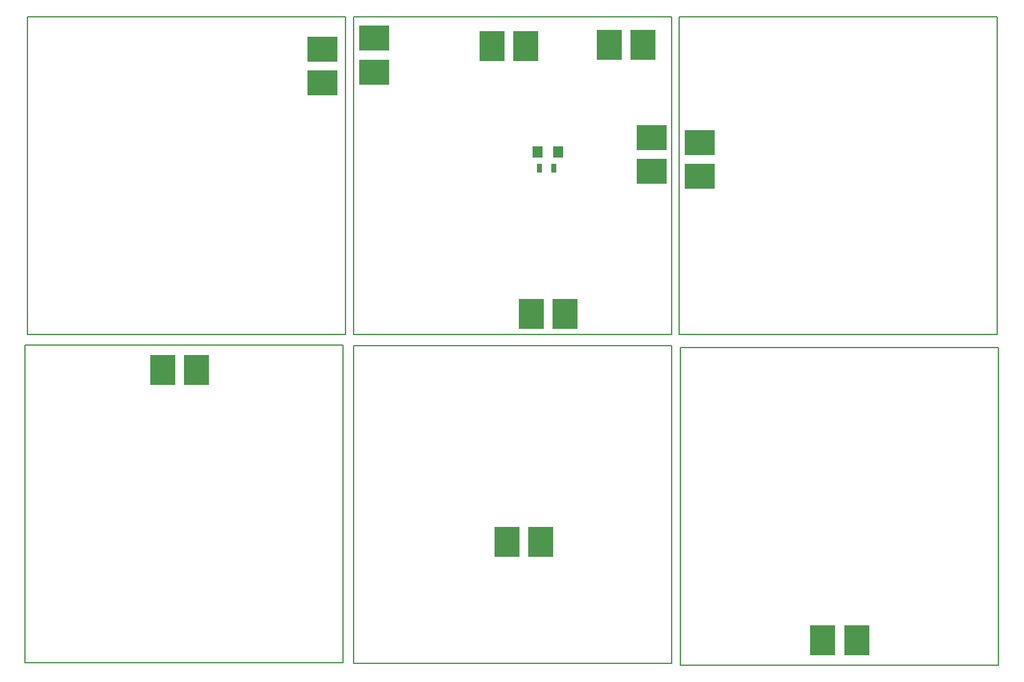
<source format=gbr>
G04 PROTEUS GERBER X2 FILE*
%TF.GenerationSoftware,Labcenter,Proteus,8.9-SP0-Build27865*%
%TF.CreationDate,2020-02-24T18:21:19+00:00*%
%TF.FileFunction,Paste,Top*%
%TF.FilePolarity,Positive*%
%TF.Part,Single*%
%TF.SameCoordinates,{bab694e6-e1a7-4f03-bc32-dd160c38e7b3}*%
%FSLAX45Y45*%
%MOMM*%
G01*
%TA.AperFunction,Material*%
%ADD32R,3.500000X4.100000*%
%ADD33R,4.100000X3.500000*%
%ADD34R,1.400000X1.500000*%
%ADD35R,0.700000X1.150000*%
%TA.AperFunction,Profile*%
%ADD18C,0.203200*%
%TD.AperFunction*%
D32*
X+6130000Y-3490000D03*
X+6590000Y-3490000D03*
X+2300000Y-2160000D03*
X+1840000Y-2160000D03*
X-2370000Y+180000D03*
X-2830000Y+180000D03*
X+3230000Y+4600000D03*
X+3690000Y+4600000D03*
X+2630000Y+940000D03*
X+2170000Y+940000D03*
D33*
X+4460000Y+3270000D03*
X+4460000Y+2810000D03*
X+3810000Y+2880000D03*
X+3810000Y+3340000D03*
X-660000Y+4540000D03*
X-660000Y+4080000D03*
X+40000Y+4690000D03*
X+40000Y+4230000D03*
D34*
X+2254967Y+3140000D03*
X+2534967Y+3140000D03*
D35*
X+2474967Y+2920000D03*
X+2284967Y+2920000D03*
D32*
X+1640000Y+4580000D03*
X+2100000Y+4580000D03*
D18*
X-240000Y+660000D02*
X+4078000Y+660000D01*
X+4078000Y+4978000D01*
X-240000Y+4978000D01*
X-240000Y+660000D01*
X+4180000Y+660000D02*
X+8498000Y+660000D01*
X+8498000Y+4978000D01*
X+4180000Y+4978000D01*
X+4180000Y+660000D01*
X+4200000Y-3830000D02*
X+8518000Y-3830000D01*
X+8518000Y+488000D01*
X+4200000Y+488000D01*
X+4200000Y-3830000D01*
X-4670000Y+660000D02*
X-352000Y+660000D01*
X-352000Y+4978000D01*
X-4670000Y+4978000D01*
X-4670000Y+660000D01*
X-4700000Y-3800000D02*
X-382000Y-3800000D01*
X-382000Y+518000D01*
X-4700000Y+518000D01*
X-4700000Y-3800000D01*
X-240000Y-3810000D02*
X+4078000Y-3810000D01*
X+4078000Y+508000D01*
X-240000Y+508000D01*
X-240000Y-3810000D01*
M02*

</source>
